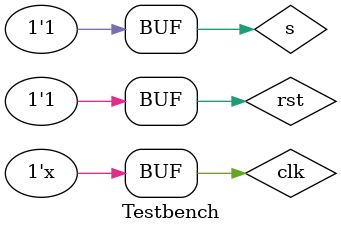
<source format=v>
`timescale 1ns / 1ps


module Testbench(
    );
    reg clk;
    reg rst;
    reg s;
    
    wire MG,CR,MY,MR,CG,CY;		//Ö÷ÂÌ»Æºì£¬ÏçÂÌ»Æºì
	wire gw,sw;
	reg clk1;
	wire [6:0] SG0,SG1;
	wire  [5:0] c;
	always
    begin
	   #10 clk = ~clk;//Ê±ÖÓ
    end
    initial begin
    clk = 1'b0;
    rst = 1'b0;
    s = 1'b0;
    #8
    rst = 1'b1;
    
    #600
    s = 1'b1;
    end
    jiaotongdeng U1(clk,s,rst,MG,CR,MY,MR,CG,CY,SG0,SG1,sw,gw,clk1,c);
endmodule

</source>
